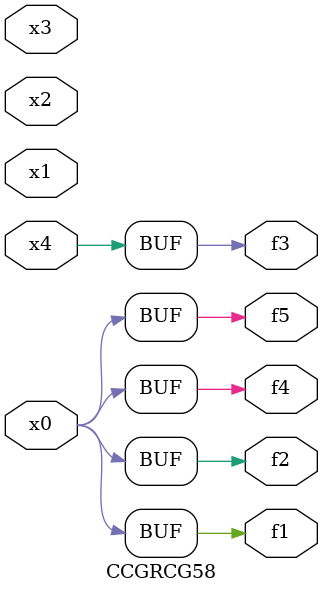
<source format=v>
module CCGRCG58(
	input x0, x1, x2, x3, x4,
	output f1, f2, f3, f4, f5
);
	assign f1 = x0;
	assign f2 = x0;
	assign f3 = x4;
	assign f4 = x0;
	assign f5 = x0;
endmodule

</source>
